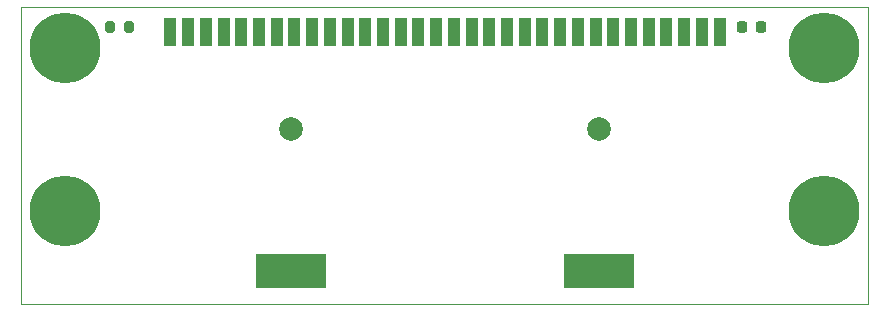
<source format=gbr>
G04 #@! TF.GenerationSoftware,KiCad,Pcbnew,8.0.4*
G04 #@! TF.CreationDate,2024-11-02T15:19:06-05:00*
G04 #@! TF.ProjectId,megaduck,6d656761-6475-4636-9b2e-6b696361645f,v1.0*
G04 #@! TF.SameCoordinates,Original*
G04 #@! TF.FileFunction,Soldermask,Top*
G04 #@! TF.FilePolarity,Negative*
%FSLAX46Y46*%
G04 Gerber Fmt 4.6, Leading zero omitted, Abs format (unit mm)*
G04 Created by KiCad (PCBNEW 8.0.4) date 2024-11-02 15:19:06*
%MOMM*%
%LPD*%
G01*
G04 APERTURE LIST*
G04 Aperture macros list*
%AMRoundRect*
0 Rectangle with rounded corners*
0 $1 Rounding radius*
0 $2 $3 $4 $5 $6 $7 $8 $9 X,Y pos of 4 corners*
0 Add a 4 corners polygon primitive as box body*
4,1,4,$2,$3,$4,$5,$6,$7,$8,$9,$2,$3,0*
0 Add four circle primitives for the rounded corners*
1,1,$1+$1,$2,$3*
1,1,$1+$1,$4,$5*
1,1,$1+$1,$6,$7*
1,1,$1+$1,$8,$9*
0 Add four rect primitives between the rounded corners*
20,1,$1+$1,$2,$3,$4,$5,0*
20,1,$1+$1,$4,$5,$6,$7,0*
20,1,$1+$1,$6,$7,$8,$9,0*
20,1,$1+$1,$8,$9,$2,$3,0*%
G04 Aperture macros list end*
%ADD10C,0.800000*%
%ADD11C,6.000000*%
%ADD12RoundRect,0.200000X-0.200000X-0.275000X0.200000X-0.275000X0.200000X0.275000X-0.200000X0.275000X0*%
%ADD13RoundRect,0.225000X-0.225000X-0.250000X0.225000X-0.250000X0.225000X0.250000X-0.225000X0.250000X0*%
%ADD14C,2.000000*%
%ADD15R,1.000000X2.400000*%
%ADD16R,6.000000X3.000000*%
G04 #@! TA.AperFunction,Profile*
%ADD17C,0.050000*%
G04 #@! TD*
G04 APERTURE END LIST*
D10*
G04 #@! TO.C,H5*
X177901600Y-24910000D03*
X178560610Y-23319010D03*
X178560610Y-26500990D03*
X180151600Y-22660000D03*
D11*
X180151600Y-24910000D03*
D10*
X180151600Y-27160000D03*
X181742590Y-23319010D03*
X181742590Y-26500990D03*
X182401600Y-24910000D03*
G04 #@! TD*
D12*
G04 #@! TO.C,R1*
X119695200Y-23121400D03*
X121345200Y-23121400D03*
G04 #@! TD*
D13*
G04 #@! TO.C,C1*
X173275200Y-23121400D03*
X174825200Y-23121400D03*
G04 #@! TD*
D10*
G04 #@! TO.C,H1*
X113710000Y-24910000D03*
X114369010Y-23319010D03*
X114369010Y-26500990D03*
X115960000Y-22660000D03*
D11*
X115960000Y-24910000D03*
D10*
X115960000Y-27160000D03*
X117550990Y-23319010D03*
X117550990Y-26500990D03*
X118210000Y-24910000D03*
G04 #@! TD*
D14*
G04 #@! TO.C,J3*
X161100400Y-31804000D03*
X135100400Y-31804000D03*
D15*
X171350400Y-23604000D03*
X169850400Y-23604000D03*
X168350400Y-23604000D03*
X166850400Y-23604000D03*
X165350400Y-23604000D03*
X163850400Y-23604000D03*
X162350400Y-23604000D03*
X160850400Y-23604000D03*
X159350400Y-23604000D03*
X157850400Y-23604000D03*
X156350400Y-23604000D03*
X154850400Y-23604000D03*
X153350400Y-23604000D03*
X151850400Y-23604000D03*
X150350400Y-23604000D03*
X148850400Y-23604000D03*
X147350400Y-23604000D03*
X145850400Y-23604000D03*
X144350400Y-23604000D03*
X142850400Y-23604000D03*
X141350400Y-23604000D03*
X139850400Y-23604000D03*
X138350400Y-23604000D03*
X136850400Y-23604000D03*
X135350400Y-23604000D03*
X133850400Y-23604000D03*
X132350400Y-23604000D03*
X130850400Y-23604000D03*
X129350400Y-23604000D03*
X127850400Y-23604000D03*
X126350400Y-23604000D03*
X124850400Y-23604000D03*
D16*
X161100400Y-43804000D03*
X135100400Y-43804000D03*
G04 #@! TD*
D10*
G04 #@! TO.C,H2*
X113710000Y-38690000D03*
X114369010Y-37099010D03*
X114369010Y-40280990D03*
X115960000Y-36440000D03*
D11*
X115960000Y-38690000D03*
D10*
X115960000Y-40940000D03*
X117550990Y-37099010D03*
X117550990Y-40280990D03*
X118210000Y-38690000D03*
G04 #@! TD*
G04 #@! TO.C,H6*
X177901600Y-38690000D03*
X178560610Y-37099010D03*
X178560610Y-40280990D03*
X180151600Y-36440000D03*
D11*
X180151600Y-38690000D03*
D10*
X180151600Y-40940000D03*
X181742590Y-37099010D03*
X181742590Y-40280990D03*
X182401600Y-38690000D03*
G04 #@! TD*
D17*
X118398800Y-21470400D02*
X112242600Y-21470400D01*
X124444000Y-46616400D02*
X124317000Y-46616400D01*
X177834800Y-46616400D02*
X172069000Y-46616400D01*
X177834800Y-46616400D02*
X183946800Y-46616400D01*
X118398800Y-21470400D02*
X177834800Y-21470400D01*
X118398800Y-46616400D02*
X124317000Y-46616400D01*
X177834800Y-21470400D02*
X183946800Y-21470400D01*
X124444000Y-46616400D02*
X172069000Y-46616400D01*
X183946800Y-21470400D02*
X183946800Y-46616400D01*
X118398800Y-46616400D02*
X112242600Y-46616400D01*
X112242600Y-21470400D02*
X112242600Y-46616400D01*
M02*

</source>
